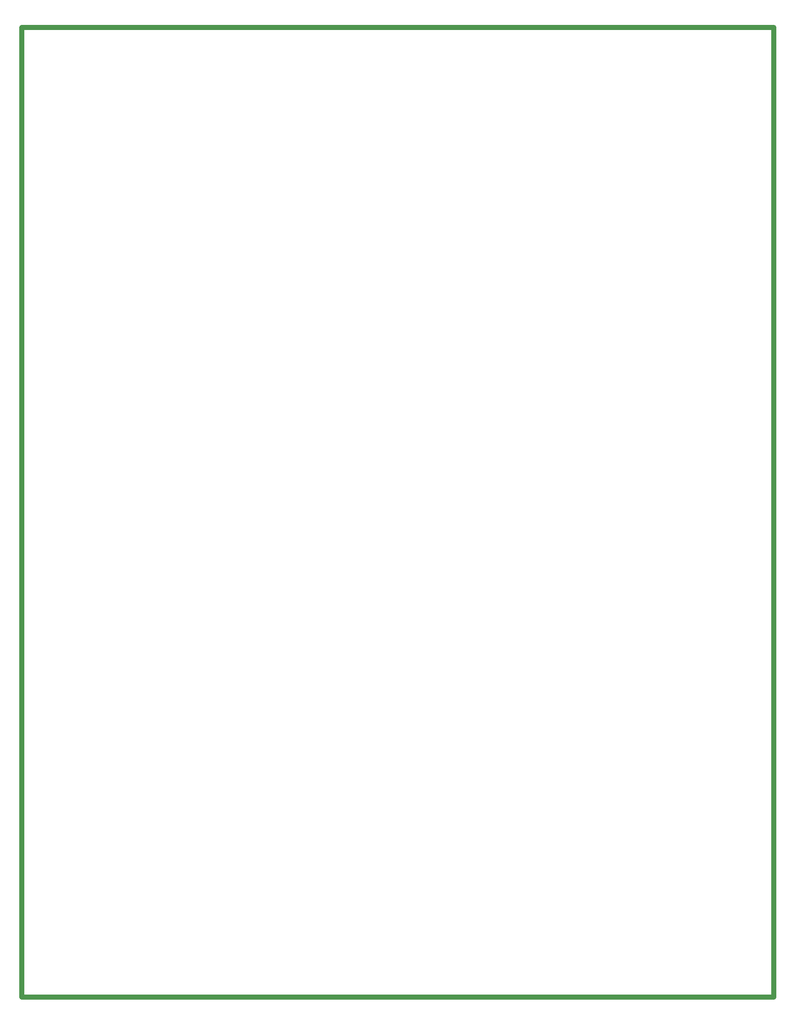
<source format=gko>
G04*
G04 #@! TF.GenerationSoftware,Altium Limited,Altium Designer,18.1.6 (161)*
G04*
G04 Layer_Color=16711935*
%FSTAX24Y24*%
%MOIN*%
G70*
G01*
G75*
%ADD46C,0.0300*%
D46*
X0798Y07602D02*
X0798Y0189D01*
X0355D02*
X0798D01*
X0355Y07602D02*
X0355Y0189D01*
X0355Y07602D02*
X0798D01*
M02*

</source>
